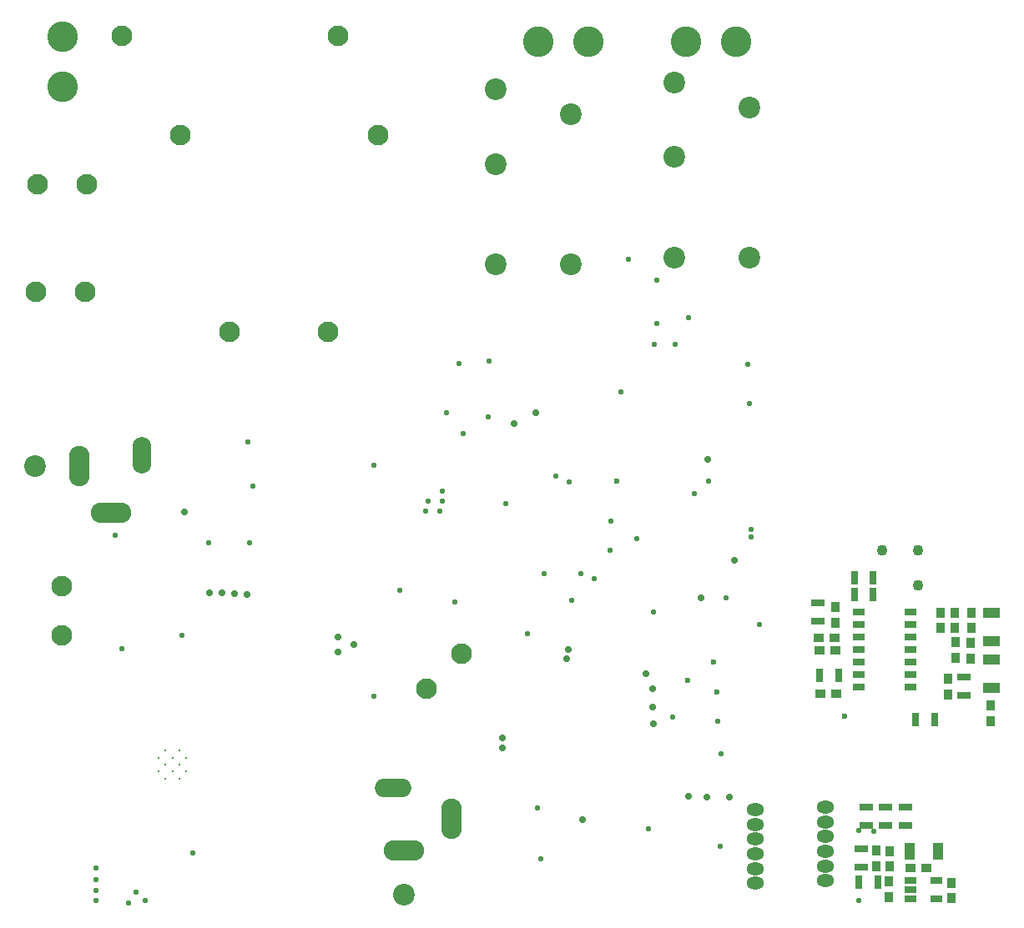
<source format=gbs>
G04*
G04 #@! TF.GenerationSoftware,Altium Limited,Altium Designer,20.0.10 (225)*
G04*
G04 Layer_Color=16711935*
%FSLAX25Y25*%
%MOIN*%
G70*
G01*
G75*
%ADD65R,0.03150X0.05512*%
%ADD71R,0.04194X0.03494*%
%ADD72R,0.03494X0.04194*%
%ADD77R,0.05512X0.03150*%
%ADD95C,0.08268*%
%ADD96C,0.01181*%
%ADD97C,0.04331*%
%ADD98C,0.12205*%
%ADD99O,0.07087X0.05118*%
%ADD100C,0.00394*%
%ADD101C,0.08661*%
%ADD102O,0.08268X0.16142*%
%ADD103O,0.16142X0.08268*%
%ADD104O,0.07480X0.14567*%
%ADD105O,0.14567X0.07480*%
%ADD106C,0.02165*%
%ADD107C,0.02756*%
%ADD108C,0.02362*%
%ADD210R,0.03937X0.06693*%
%ADD211R,0.06693X0.03937*%
%ADD212R,0.04724X0.02756*%
%ADD213R,0.05039X0.02677*%
D65*
X325397Y100399D02*
D03*
X332877D02*
D03*
X339323Y132642D02*
D03*
X346803D02*
D03*
X339323Y139335D02*
D03*
X346803D02*
D03*
X363706Y82630D02*
D03*
X371186D02*
D03*
X348481Y17730D02*
D03*
X341001D02*
D03*
D71*
X325774Y93166D02*
D03*
X332074D02*
D03*
X324953Y115320D02*
D03*
X331253D02*
D03*
X325346Y110398D02*
D03*
X331646D02*
D03*
X367983Y23338D02*
D03*
X361683D02*
D03*
D72*
X379284Y125556D02*
D03*
Y119256D02*
D03*
X331662Y121372D02*
D03*
Y127672D02*
D03*
X385977Y119256D02*
D03*
Y125556D02*
D03*
X385583Y107051D02*
D03*
Y113351D02*
D03*
X393620Y81981D02*
D03*
Y88281D02*
D03*
X376528Y92878D02*
D03*
Y99178D02*
D03*
X353238Y30230D02*
D03*
Y23930D02*
D03*
X352970Y18117D02*
D03*
Y11817D02*
D03*
X347886Y30276D02*
D03*
Y23976D02*
D03*
X373772Y119256D02*
D03*
Y125556D02*
D03*
X379677Y113745D02*
D03*
Y107445D02*
D03*
X377816Y11271D02*
D03*
Y17571D02*
D03*
D77*
X324512Y121974D02*
D03*
Y129454D02*
D03*
X343823Y47784D02*
D03*
Y40304D02*
D03*
X351697Y47784D02*
D03*
Y40304D02*
D03*
X359571Y47784D02*
D03*
Y40304D02*
D03*
X382827Y99768D02*
D03*
Y92288D02*
D03*
X341842Y31143D02*
D03*
Y23663D02*
D03*
D95*
X70082Y316379D02*
D03*
X148822D02*
D03*
X89767Y237639D02*
D03*
X129137D02*
D03*
X46491Y356052D02*
D03*
X133105Y356052D02*
D03*
X22672Y136229D02*
D03*
Y116544D02*
D03*
X31924Y253690D02*
D03*
X12239D02*
D03*
X32711Y296603D02*
D03*
X13026D02*
D03*
X182191Y109074D02*
D03*
X168271Y95155D02*
D03*
D96*
X69635Y70255D02*
D03*
Y64744D02*
D03*
Y59232D02*
D03*
X64123D02*
D03*
Y64744D02*
D03*
Y70255D02*
D03*
X72391Y61988D02*
D03*
Y67500D02*
D03*
X66879D02*
D03*
Y61988D02*
D03*
X61367D02*
D03*
Y67500D02*
D03*
D97*
X350309Y150534D02*
D03*
X364482D02*
D03*
Y136361D02*
D03*
D98*
X22869Y355658D02*
D03*
Y335658D02*
D03*
X232869Y353690D02*
D03*
X212869D02*
D03*
X291924D02*
D03*
X271924D02*
D03*
D99*
X299687Y46806D02*
D03*
Y40900D02*
D03*
Y34995D02*
D03*
Y29089D02*
D03*
Y23184D02*
D03*
Y17278D02*
D03*
X327681Y47784D02*
D03*
Y41879D02*
D03*
Y35973D02*
D03*
Y30068D02*
D03*
Y24162D02*
D03*
Y18257D02*
D03*
D100*
X100544Y9930D02*
D03*
X112355D02*
D03*
D101*
X195972Y264776D02*
D03*
Y304894D02*
D03*
X225972Y324776D02*
D03*
Y264776D02*
D03*
X195972Y334776D02*
D03*
X267318Y267509D02*
D03*
Y307627D02*
D03*
X297318Y327508D02*
D03*
Y267509D02*
D03*
X267318Y337509D02*
D03*
X12042Y184201D02*
D03*
X159286Y12745D02*
D03*
D102*
X29759Y184201D02*
D03*
X178184Y43060D02*
D03*
D103*
X42357Y165304D02*
D03*
X159286Y30461D02*
D03*
D104*
X54562Y188532D02*
D03*
D105*
X154955Y55264D02*
D03*
D106*
X56005Y10327D02*
D03*
X75020Y29260D02*
D03*
X341048Y38425D02*
D03*
X347010Y38215D02*
D03*
X341087Y10532D02*
D03*
X275428Y172981D02*
D03*
X179534Y129884D02*
D03*
X226205Y130480D02*
D03*
X235341Y139020D02*
D03*
X220049Y180130D02*
D03*
X225411Y177747D02*
D03*
X182911Y197011D02*
D03*
X245867Y213694D02*
D03*
X176357Y205551D02*
D03*
X157490Y134452D02*
D03*
X174768Y170002D02*
D03*
X173775Y166030D02*
D03*
X168810Y170002D02*
D03*
X193039Y203764D02*
D03*
X147361Y184301D02*
D03*
X252222Y155107D02*
D03*
X287970Y131473D02*
D03*
X258982Y125666D02*
D03*
X301413Y120866D02*
D03*
X46472Y111017D02*
D03*
X260365Y241100D02*
D03*
X260166Y258379D02*
D03*
X81227Y153319D02*
D03*
X44089Y156298D02*
D03*
X97513Y153518D02*
D03*
X98903Y176158D02*
D03*
X97115Y193635D02*
D03*
X199990Y169009D02*
D03*
X147163Y91952D02*
D03*
X285785Y32173D02*
D03*
X256988Y38926D02*
D03*
X285984Y68914D02*
D03*
X284792Y82022D02*
D03*
X266521Y83611D02*
D03*
X208729Y116975D02*
D03*
X241498Y150539D02*
D03*
X241895Y162058D02*
D03*
X297304Y208927D02*
D03*
X296708Y224617D02*
D03*
X281019Y178144D02*
D03*
X193238Y226007D02*
D03*
X181398Y225217D02*
D03*
X267713Y232759D02*
D03*
X259372D02*
D03*
X249044Y266720D02*
D03*
X167817Y166030D02*
D03*
X174768Y173974D02*
D03*
X215323Y141193D02*
D03*
X212677Y47575D02*
D03*
X213937Y27161D02*
D03*
X36386Y23378D02*
D03*
Y18772D02*
D03*
Y14441D02*
D03*
Y10268D02*
D03*
X70631Y116380D02*
D03*
X229979Y141205D02*
D03*
X52430Y13902D02*
D03*
X49451Y9334D02*
D03*
X273075Y243484D02*
D03*
X298099Y158880D02*
D03*
Y155901D02*
D03*
D107*
X81724Y133535D02*
D03*
X86516Y133476D02*
D03*
X91598Y133181D02*
D03*
X96803Y132705D02*
D03*
X203168Y200983D02*
D03*
X258577Y94931D02*
D03*
X255995Y101087D02*
D03*
X211906Y205352D02*
D03*
X277841Y131275D02*
D03*
X71695Y165632D02*
D03*
X258974Y81029D02*
D03*
X198799Y75567D02*
D03*
X280750Y186813D02*
D03*
X291346Y146368D02*
D03*
X198799Y71496D02*
D03*
X224418Y107045D02*
D03*
X258577Y87583D02*
D03*
X289360Y51835D02*
D03*
X280225D02*
D03*
X273075Y52232D02*
D03*
X225014Y110620D02*
D03*
X230575Y42699D02*
D03*
X139370Y112598D02*
D03*
X133071Y115748D02*
D03*
Y109842D02*
D03*
D108*
X335232Y84080D02*
D03*
X283005Y105854D02*
D03*
X244278Y178144D02*
D03*
X272479Y98506D02*
D03*
X284197Y93739D02*
D03*
D210*
X372804Y30074D02*
D03*
X361386D02*
D03*
D211*
X393851Y114138D02*
D03*
Y125556D02*
D03*
X393858Y106911D02*
D03*
Y95494D02*
D03*
D212*
X361683Y10937D02*
D03*
Y14677D02*
D03*
Y18417D02*
D03*
X371919D02*
D03*
Y10937D02*
D03*
D213*
X361803Y125595D02*
D03*
Y120595D02*
D03*
Y115595D02*
D03*
Y110595D02*
D03*
Y105595D02*
D03*
Y100595D02*
D03*
Y95595D02*
D03*
X340859D02*
D03*
Y100595D02*
D03*
Y105595D02*
D03*
Y110595D02*
D03*
Y115595D02*
D03*
Y120595D02*
D03*
Y125595D02*
D03*
M02*

</source>
